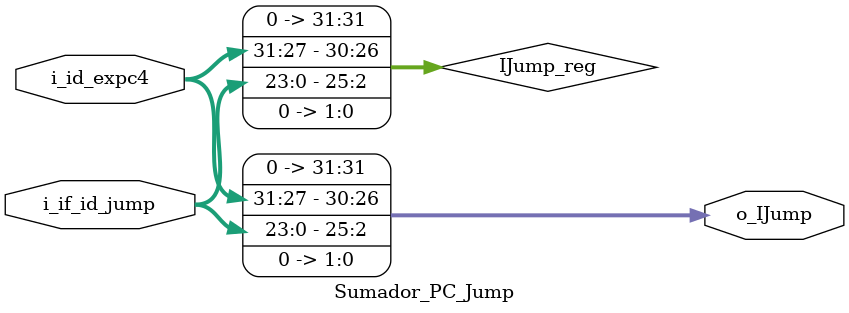
<source format=v>
`timescale 1ns / 1ps

module Sumador_PC_Jump
    #(
        parameter NBITS     =  32,
        parameter NBITSJUMP =  26
    )
    (
        input   wire    [NBITSJUMP-1 :0]     i_if_id_jump,
        input   wire    [NBITS-1:0]          i_id_expc4,
        output  wire    [NBITS-1:0]          o_IJump                 
    );
    
    reg [NBITS-1:0]   IJump_reg   ;    
    
    always @(*)
    begin
        IJump_reg   <=  {i_id_expc4[NBITS-1:27], (i_if_id_jump<<2)}  ; //se obtienen los bits 31 a 27 y se concatenan con i_if_id_jump
                                                             //i_if_id_jump se desplazo 2 lugares a la izq, lo que equivale a multiplicar por 4
                                                             //calculo el salto
    end   
    
   assign  o_IJump   = IJump_reg   ;
endmodule

</source>
